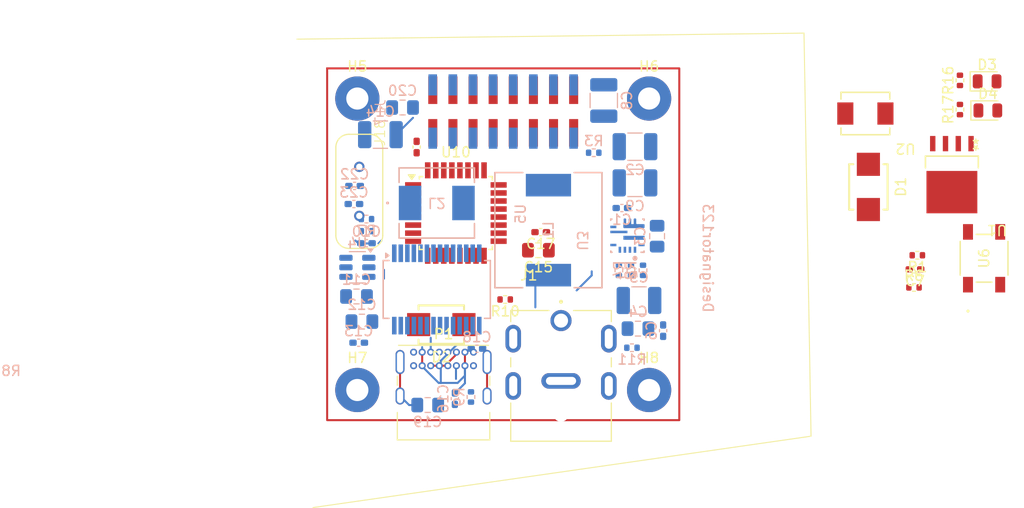
<source format=kicad_pcb>
(kicad_pcb (version 20240108) (generator "pcbnew") (generator_version "8.0")
  (layers (0 "F.Cu" signal) (31 "B.Cu" signal) (34 "B.Paste" user) (35 "F.Paste" user) (36 "B.SilkS" user "B.Silkscreen") (37 "F.SilkS" user "F.Silkscreen") (38 "B.Mask" user) (39 "F.Mask" user) (44 "Edge.Cuts" user))
  (net 0 "")
  (net 1 "GND")
  (net 2 "+5V_POW")
  (net 3 "DIR")
  (net 4 "STEP")
  (net 5 "+12V")
  (net 6 "Net-(U3-BOOT)")
  (net 7 "Net-(U3-SW)")
  (net 8 "Net-(U3-FB)")
  (net 9 "PWR_IN_PROT")
  (net 10 "GND3")
  (net 11 "GND2")
  (net 12 "Net-(U3-SS)")
  (net 13 "Net-(U4-SW)")
  (net 14 "Net-(U4-VBST)")
  (net 15 "+5V_USBC")
  (net 16 "+3V3")
  (net 17 "Net-(P1-SHIELD)")
  (net 18 "Quartz_1")
  (net 19 "Quartz_2")
  (net 20 "ADC0")
  (net 21 "ADC1")
  (net 22 "ADC2")
  (net 23 "ADC3")
  (net 24 "+24V")
  (net 25 "LED_0")
  (net 26 "Net-(D3-K)")
  (net 27 "LED_1")
  (net 28 "Net-(D4-K)")
  (net 29 "MOSI")
  (net 30 "SDA")
  (net 31 "RESET")
  (net 32 "TXD")
  (net 33 "RXD")
  (net 34 "SCL")
  (net 35 "MISO")
  (net 36 "SCK")
  (net 37 "USBD-")
  (net 38 "USBD+")
  (net 39 "Net-(P1-VCONN)")
  (net 40 "Net-(P1-CC)")
  (net 41 "Net-(U1-G)")
  (net 42 "Net-(U3-PG)")
  (net 43 "Net-(U3-MODE)")
  (net 44 "Net-(U4-VFB)")
  (net 45 "AREF")
  (net 63 "FAN_01_PWM_clockwise")
  (net 64 "FAN_01_PWM_counterclockwise")
  (net 65 "FAN_2_PWM")
  (net 66 "FAN_3_PWM")
  (net 68 "BLT_Switch")
  (net 69 "BLT_Servo")
  (net 70 "LED_2")
  (net 71 "LED_3")
  (net 72 "SMD_TEMP_1")
  (net 73 "SMD_TEMP_0")
  (footprint "Capacitor_SMD:C_0402_1005Metric_Pad0.74x0.62mm_HandSolder" (layer "F.Cu") (at 87.1325 46.7 180)
    (property "Reference" "C7" (at 0 -1.16 0) (layer "F.SilkS"))
    (property "Value" "100nF")
    (pad "1" smd roundrect (at -0.5675 0 180) (size 0.735 0.62) (layers "F.Cu" "F.Paste" "F.Mask") (net 10 "GND3"))
    (pad "2" smd roundrect (at 0.5675 0 180) (size 0.735 0.62) (layers "F.Cu" "F.Paste" "F.Mask") (net 11 "GND2"))
  )
  (footprint "Resistor_SMD:R_0402_1005Metric" (layer "F.Cu") (at 91.6 30.805 90)
    (property "Reference" "R17" (at 0 -1.17 90) (layer "F.SilkS"))
    (property "Value" "330")
    (pad "1" smd roundrect (at -0.51 0 90) (size 0.54 0.64) (layers "F.Cu" "F.Paste" "F.Mask") (net 28 "Net-(D4-K)"))
    (pad "2" smd roundrect (at 0.51 0 90) (size 0.54 0.64) (layers "F.Cu" "F.Paste" "F.Mask") (net 1 "GND"))
  )
  (footprint "LED_SMD:LED_0805_2012Metric" (layer "F.Cu") (at 94.3 28)
    (property "Reference" "D3" (at 0 -1.65 360) (layer "F.SilkS"))
    (property "Value" "YELLOW")
    (pad "1" smd roundrect (at -0.9375 0) (size 0.975 1.4) (layers "F.Cu" "F.Paste" "F.Mask") (net 26 "Net-(D3-K)"))
    (pad "2" smd roundrect (at 0.9375 0) (size 0.975 1.4) (layers "F.Cu" "F.Paste" "F.Mask") (net 25 "LED_0"))
  )
  (footprint "MountingHole:MountingHole_2.2mm_M2_Pad_TopBottom" (layer "F.Cu") (at 31.705 58.7068)
    (property "Reference" "H7" (at 0 -3.2 0) (layer "F.SilkS"))
    (property "Value" "MountHole")
    (pad "1" thru_hole circle (at 0 0) (size 2.6 2.6) (drill 2.2) (layers "*.Cu" "*.Mask") (net 1 "GND"))
    (pad "1" connect circle (at 0 0) (size 4.4 4.4) (layers "F.Cu" "F.Mask") (net 1 "GND"))
    (pad "1" connect circle (at 0 0) (size 4.4 4.4) (layers "B.Cu" "B.Mask") (net 1 "GND"))
  )
  (footprint "Imported_Component_Footprints:SZ1SMB5927BT3G" (layer "F.Cu") (at 82.2 31.2 180)
    (property "Reference" "U2" (at -4 -3.5 180) (layer "F.SilkS"))
    (property "Value" "SZ1SMB5927BT3G")
    (pad "1" smd rect (at -1.9939 0 180) (size 1.6002 2.2098) (layers "F.Cu" "F.Paste" "F.Mask") (net 9 "PWR_IN_PROT"))
    (pad "2" smd rect (at 1.9939 0 180) (size 1.6002 2.2098) (layers "F.Cu" "F.Paste" "F.Mask") (net 41 "Net-(U1-G)"))
  )
  (footprint "MountingHole:MountingHole_2.2mm_M2_Pad_TopBottom" (layer "F.Cu") (at 60.705 29.7068)
    (property "Reference" "H6" (at 0 -3.2 0) (layer "F.SilkS"))
    (property "Value" "MountHole")
    (pad "1" thru_hole circle (at 0 0) (size 2.6 2.6) (drill 2.2) (layers "*.Cu" "*.Mask") (net 1 "GND"))
    (pad "1" connect circle (at 0 0) (size 4.4 4.4) (layers "F.Cu" "F.Mask") (net 1 "GND"))
    (pad "1" connect circle (at 0 0) (size 4.4 4.4) (layers "B.Cu" "B.Mask") (net 1 "GND"))
  )
  (footprint "Resistor_SMD:R_0402_1005Metric" (layer "F.Cu") (at 91.6 27.9 90)
    (property "Reference" "R16" (at 0 -1.17 90) (layer "F.SilkS"))
    (property "Value" "330")
    (pad "1" smd roundrect (at -0.51 0 90) (size 0.54 0.64) (layers "F.Cu" "F.Paste" "F.Mask") (net 26 "Net-(D3-K)"))
    (pad "2" smd roundrect (at 0.51 0 90) (size 0.54 0.64) (layers "F.Cu" "F.Paste" "F.Mask") (net 1 "GND"))
  )
  (footprint "Capacitor_SMD:C_0402_1005Metric_Pad0.74x0.62mm_HandSolder" (layer "F.Cu") (at 37.6 34.5325 -90)
    (property "Reference" "C21" (hide yes))
    (property "Value" "100nF")
    (pad "1" smd roundrect (at -0.5675 0 270) (size 0.735 0.62) (layers "F.Cu" "F.Paste" "F.Mask") (net 2 "+5V_POW"))
    (pad "2" smd roundrect (at 0.5675 0 270) (size 0.735 0.62) (layers "F.Cu" "F.Paste" "F.Mask") (net 1 "GND"))
  )
  (footprint "LED_SMD:LED_0805_2012Metric" (layer "F.Cu") (at 94.37375 30.895)
    (property "Reference" "D4" (at 0 -1.65 360) (layer "F.SilkS"))
    (property "Value" "YELLOW")
    (pad "1" smd roundrect (at -0.9375 0) (size 0.975 1.4) (layers "F.Cu" "F.Paste" "F.Mask") (net 28 "Net-(D4-K)"))
    (pad "2" smd roundrect (at 0.9375 0) (size 0.975 1.4) (layers "F.Cu" "F.Paste" "F.Mask") (net 27 "LED_1"))
  )
  (footprint "Imported_Component_Footprints:XTAL_ECS-160-18-4X-CKM" (layer "F.Cu") (at 31.9 38.94 90)
    (property "Reference" "Y1" (hide yes))
    (property "Value" "ECS-160-18-4X-CKM")
    (pad "1" thru_hole circle (at -2.44 0 90) (size 1.03 1.03) (drill 0.63) (layers "*.Cu" "*.Mask") (net 18 "Quartz_1"))
    (pad "2" thru_hole circle (at 2.44 0 90) (size 1.03 1.03) (drill 0.63) (layers "*.Cu" "*.Mask") (net 19 "Quartz_2"))
  )
  (footprint "Imported_Component_Footprints:824521241" (layer "F.Cu") (at 40.05 52.2 180)
    (property "Reference" "D2" (at 0 -3.23 360) (layer "F.SilkS"))
    (property "Value" "WE-TVSP_DO-214AA_600W_BI")
    (pad "1" smd rect (at -2.25 0 180) (size 2.3 2.3) (layers "F.Cu" "F.Paste" "F.Mask") (net 1 "GND"))
    (pad "2" smd rect (at 2.25 0 180) (size 2.3 2.3) (layers "F.Cu" "F.Paste" "F.Mask") (net 15 "+5V_USBC"))
  )
  (footprint "Resistor_SMD:R_0402_1005Metric" (layer "F.Cu") (at 87.365 45.3 180)
    (property "Reference" "R1" (at 0 -1.17 0) (layer "F.SilkS"))
    (property "Value" "100k")
    (pad "1" smd roundrect (at -0.51 0 180) (size 0.54 0.64) (layers "F.Cu" "F.Paste" "F.Mask") (net 41 "Net-(U1-G)"))
    (pad "2" smd roundrect (at 0.51 0 180) (size 0.54 0.64) (layers "F.Cu" "F.Paste" "F.Mask") (net 11 "GND2"))
  )
  (footprint "Resistor_SMD:R_0402_1005Metric" (layer "F.Cu") (at 46.4 49.7 180)
    (property "Reference" "R10" (at 0 -1.17 0) (layer "F.SilkS"))
    (property "Value" "5k1")
    (pad "1" smd roundrect (at -0.51 0 180) (size 0.54 0.64) (layers "F.Cu" "F.Paste" "F.Mask") (net 40 "Net-(P1-CC)"))
    (pad "2" smd roundrect (at 0.51 0 180) (size 0.54 0.64) (layers "F.Cu" "F.Paste" "F.Mask") (net 1 "GND"))
  )
  (footprint "Imported_Component_Footprints:824521241" (layer "F.Cu") (at 82.5 38.5 -90)
    (property "Reference" "D1" (at 0 -3.23 90) (layer "F.SilkS"))
    (property "Value" "WE-TVSP_DO-214AA_600W_BI")
    (pad "1" smd rect (at -2.25 0 270) (size 2.3 2.3) (layers "F.Cu" "F.Paste" "F.Mask") (net 11 "GND2"))
    (pad "2" smd rect (at 2.25 0 270) (size 2.3 2.3) (layers "F.Cu" "F.Paste" "F.Mask") (net 24 "+24V"))
  )
  (footprint "CustomFotLibByJan:BF030-16A-B1-0360-0277-0600-LB" (layer "F.Cu") (at 39.205 33.125 90)
    (property "Reference" "J18" (at 0 -5.25 90) (layer "F.SilkS") (effects (font (thickness 0.1))))
    (property "Value" "Steckverbinder_Female_Leistung")
    (pad "" np_thru_hole circle (at 2.125 1 90) (size 0.5 0.5) (drill 1.1) (layers "F&B.Cu" "*.Mask"))
    (pad "" np_thru_hole circle (at 2.125 13 90) (size 0.5 0.5) (drill 1.1) (layers "F&B.Cu" "*.Mask"))
    (pad "a1" smd rect (at 0 0 90) (size 2.75 0.9) (layers "F.Cu" "F.Paste" "F.Mask") (net 1 "GND"))
    (pad "a2" smd rect (at 0 2 90) (size 2.75 0.9) (layers "F.Cu" "F.Paste" "F.Mask") (net 5 "+12V"))
    (pad "a3" smd rect (at 0 4 90) (size 2.75 0.9) (layers "F.Cu" "F.Paste" "F.Mask") (net 2 "+5V_POW"))
    (pad "a4" smd rect (at 0 6 90) (size 2.75 0.9) (layers "F.Cu" "F.Paste" "F.Mask") (net 16 "+3V3"))
    (pad "a5" smd rect (at 0 8 90) (size 2.75 0.9) (layers "F.Cu" "F.Paste" "F.Mask") (net 31 "RESET"))
    (pad "a6" smd rect (at 0 10 90) (size 2.75 0.9) (layers "F.Cu" "F.Paste" "F.Mask") (net 70 "LED_2"))
    (pad "a7" smd rect (at 0 12 90) (size 2.75 0.9) (layers "F.Cu" "F.Paste" "F.Mask") (net 30 "SDA"))
    (pad "a8" smd rect (at 0 14 90) (size 2.75 0.9) (layers "F.Cu" "F.Paste" "F.Mask") (net 34 "SCL"))
    (pad "b1" smd rect (at 4.25 0 90) (size 2.75 0.9) (layers "F.Cu" "F.Paste" "F.Mask") (net 65 "FAN_2_PWM"))
    (pad "b2" smd rect (at 4.25 2 90) (size 2.75 0.9) (layers "F.Cu" "F.Paste" "F.Mask") (net 20 "ADC0"))
    (pad "b3" smd rect (at 4.25 4 90) (size 2.75 0.9) (layers "F.Cu" "F.Paste" "F.Mask") (net 21 "ADC1"))
    (pad "b4" smd rect (at 4.25 6 90) (size 2.75 0.9) (layers "F.Cu" "F.Paste" "F.Mask") (net 64 "FAN_01_PWM_counterclockwise"))
    (pad "b5" smd rect (at 4.25 8 90) (size 2.75 0.9) (layers "F.Cu" "F.Paste" "F.Mask") (net 63 "FAN_01_PWM_clockwise"))
    (pad "b6" smd rect (at 4.25 10 90) (size 2.75 0.9) (layers "F.Cu" "F.Paste" "F.Mask") (net 22 "ADC2"))
    (pad "b7" smd rect (at 4.25 12 90) (size 2.75 0.9) (layers "F.Cu" "F.Paste" "F.Mask") (net 23 "ADC3"))
    (pad "b8" smd rect (at 4.25 14 90) (size 2.75 0.9) (layers "F.Cu" "F.Paste" "F.Mask") (net 66 "FAN_3_PWM"))
  )
  (footprint "Capacitor_SMD:C_0805_2012Metric_Pad1.18x1.45mm_HandSolder" (layer "F.Cu") (at 49.7 44.8 180)
    (property "Reference" "C15" (at 0 -1.68 0) (layer "F.SilkS"))
    (property "Value" "10µF")
    (pad "1" smd roundrect (at -1.0375 0 180) (size 1.175 1.45) (layers "F.Cu" "F.Paste" "F.Mask") (roundrect_rratio 0.212766) (net 15 "+5V_USBC"))
    (pad "2" smd roundrect (at 1.0375 0 180) (size 1.175 1.45) (layers "F.Cu" "F.Paste" "F.Mask") (roundrect_rratio 0.212766) (net 1 "GND"))
  )
  (footprint "Capacitor_SMD:C_0402_1005Metric_Pad0.74x0.62mm_HandSolder" (layer "F.Cu") (at 49.9325 43 180)
    (property "Reference" "C17" (at 0 -1.16 0) (layer "F.SilkS"))
    (property "Value" "100nF")
    (pad "1" smd roundrect (at -0.5675 0 180) (size 0.735 0.62) (layers "F.Cu" "F.Paste" "F.Mask") (net 15 "+5V_USBC"))
    (pad "2" smd roundrect (at 0.5675 0 180) (size 0.735 0.62) (layers "F.Cu" "F.Paste" "F.Mask") (net 1 "GND"))
  )
  (footprint "Imported_Component_Footprints:SW_PTS647SM38SMTR2LFS_CNK" (layer "F.Cu") (at 94 45.6 90)
    (property "Reference" "U6" (at 0 0 90) (layer "F.SilkS"))
    (property "Value" "PTS647SM38SMTR2LFS")
    (pad "1" smd rect (at -2.625001 -1.599999 90) (size 1.5494 0.9906) (layers "F.Cu" "F.Paste" "F.Mask") (net 1 "GND"))
    (pad "2" smd rect (at 2.625001 -1.599999 90) (size 1.5494 0.9906) (layers "F.Cu" "F.Paste" "F.Mask"))
    (pad "3" smd rect (at -2.625001 1.599999 90) (size 1.5494 0.9906) (layers "F.Cu" "F.Paste" "F.Mask"))
    (pad "4" smd rect (at 2.625001 1.599999 90) (size 1.5494 0.9906) (layers "F.Cu" "F.Paste" "F.Mask") (net 31 "RESET"))
  )
  (footprint "Imported_Component_Footprints:CUI_PJ-082BH" (layer "F.Cu") (at 51.95 61.05)
    (property "Reference" "J1" (at -3.2 -13.75 0) (layer "F.SilkS"))
    (property "Value" "PJ-082BH")
    (pad "" np_thru_hole circle (at 0 0) (size 1.6 1.6) (drill 1.6) (layers "*.Cu" "*.Mask"))
    (pad "1" thru_hole circle (at 0 -9.25) (size 2.1 2.1) (drill 1.4) (layers "*.Cu" "*.Mask") (net 24 "+24V"))
    (pad "2" thru_hole oval (at 0 -3.25) (size 3.913974 1.55) (drill oval 3 0.8) (layers "*.Cu" "*.Mask") (net 11 "GND2"))
    (pad "SH1" thru_hole oval (at -4.75 -2.75) (size 1.55 2.75) (drill oval 0.8 2) (layers "*.Cu" "*.Mask") (net 10 "GND3"))
    (pad "SH2" thru_hole oval (at 4.75 -2.75) (size 1.55 2.75) (drill oval 0.8 2) (layers "*.Cu" "*.Mask") (net 10 "GND3"))
    (pad "SH3" thru_hole oval (at -4.75 -7.45) (size 1.55 2.75) (drill oval 0.8 2) (layers "*.Cu" "*.Mask") (net 10 "GND3"))
    (pad "SH4" thru_hole oval (at 4.75 -7.45) (size 1.55 2.75) (drill oval 0.8 2) (layers "*.Cu" "*.Mask") (net 10 "GND3"))
  )
  (footprint "MountingHole:MountingHole_2.2mm_M2_Pad_TopBottom" (layer "F.Cu") (at 60.705 58.7068)
    (property "Reference" "H8" (at 0 -3.2 0) (layer "F.SilkS"))
    (property "Value" "MountHole")
    (pad "1" thru_hole circle (at 0 0) (size 2.6 2.6) (drill 2.2) (layers "*.Cu" "*.Mask") (net 1 "GND"))
    (pad "1" connect circle (at 0 0) (size 4.4 4.4) (layers "F.Cu" "F.Mask") (net 1 "GND"))
    (pad "1" connect circle (at 0 0) (size 4.4 4.4) (layers "B.Cu" "B.Mask") (net 1 "GND"))
  )
  (footprint "Resistor_SMD:R_0402_1005Metric" (layer "F.Cu") (at 87.0325 48.5)
    (property "Reference" "R6" (at 0 -1.17 0) (layer "F.SilkS"))
    (property "Value" "10")
    (pad "1" smd roundrect (at -0.51 0) (size 0.54 0.64) (layers "F.Cu" "F.Paste" "F.Mask") (net 11 "GND2"))
    (pad "2" smd roundrect (at 0.51 0) (size 0.54 0.64) (layers "F.Cu" "F.Paste" "F.Mask") (net 1 "GND"))
  )
  (footprint "MountingHole:MountingHole_2.2mm_M2_Pad_TopBottom" (layer "F.Cu") (at 31.705 29.7068)
    (property "Reference" "H5" (at 0 -3.2 0) (layer "F.SilkS"))
    (property "Value" "MountHole")
    (pad "1" thru_hole circle (at 0 0) (size 2.6 2.6) (drill 2.2) (layers "*.Cu" "*.Mask") (net 1 "GND"))
    (pad "1" connect circle (at 0 0) (size 4.4 4.4) (layers "F.Cu" "F.Mask") (net 1 "GND"))
    (pad "1" connect circle (at 0 0) (size 4.4 4.4) (layers "B.Cu" "B.Mask") (net 1 "GND"))
  )
  (footprint "Connector_USB:USB_C_Receptacle_GCT_USB4085" (layer "F.Cu") (at 37.3 54.94)
    (property "Reference" "P1" (at 2.975 -1.8 0) (layer "F.SilkS"))
    (property "Value" "USB_C_Plug_USB2.0")
    (pad "A1" thru_hole circle (at 0 0) (size 0.7 0.7) (drill 0.4) (layers "*.Cu" "*.Mask") (net 1 "GND"))
    (pad "A4" thru_hole circle (at 0.85 0) (size 0.7 0.7) (drill 0.4) (layers "*.Cu" "*.Mask") (net 15 "+5V_USBC"))
    (pad "A5" thru_hole circle (at 1.7 0) (size 0.7 0.7) (drill 0.4) (layers "*.Cu" "*.Mask") (net 40 "Net-(P1-CC)"))
    (pad "A6" thru_hole circle (at 2.55 0) (size 0.7 0.7) (drill 0.4) (layers "*.Cu" "*.Mask") (net 38 "USBD+"))
    (pad "A7" thru_hole circle (at 3.4 0) (size 0.7 0.7) (drill 0.4) (layers "*.Cu" "*.Mask") (net 37 "USBD-"))
    (pad "A8" thru_hole circle (at 4.25 0) (size 0.7 0.7) (drill 0.4) (layers "*.Cu" "*.Mask"))
    (pad "A9" thru_hole circle (at 5.1 0) (size 0.7 0.7) (drill 0.4) (layers "*.Cu" "*.Mask") (net 15 "+5V_USBC"))
    (pad "A12" thru_hole circle (at 5.95 0) (size 0.7 0.7) (drill 0.4) (layers "*.Cu" "*.Mask") (net 1 "GND"))
    (pad "B1" thru_hole circle (at 5.95 1.35) (size 0.7 0.7) (drill 0.4) (layers "*.Cu" "*.Mask") (net 1 "GND"))
    (pad "B4" thru_hole circle (at 5.1 1.35) (size 0.7 0.7) (drill 0.4) (layers "*.Cu" "*.Mask") (net 15 "+5V_USBC"))
    (pad "B5" thru_hole circle (at 4.25 1.35) (size 0.7 0.7) (drill 0.4) (layers "*.Cu" "*.Mask") (net 39 "Net-(P1-VCONN)"))
    (pad "B6" thru_hole circle (at 3.4 1.35) (size 0.7 0.7) (drill 0.4) (layers "*.Cu" "*.Mask"))
    (pad "B7" thru_hole circle (at 2.55 1.35) (size 0.7 0.7) (drill 0.4) (layers "*.Cu" "*.Mask"))
    (pad "B8" thru_hole circle (at 1.7 1.35) (size 0.7 0.7) (drill 0.4) (layers "*.Cu" "*.Mask"))
    (pad "B9" thru_hole circle (at 0.85 1.35) (size 0.7 0.7) (drill 0.4) (layers "*.Cu" "*.Mask") (net 15 "+5V_USBC"))
    (pad "B12" thru_hole circle (at 0 1.35) (size 0.7 0.7) (drill 0.4) (layers "*.Cu" "*.Mask") (net 1 "GND"))
    (pad "S1" thru_hole oval (at -1.35 0.98) (size 0.9 2.4) (drill oval 0.6 2.1) (layers "*.Cu" "*.Mask") (net 17 "Net-(P1-SHIELD)"))
    (pad "S1" thru_hole oval (at -1.35 4.36) (size 0.9 1.7) (drill oval 0.6 1.4) (layers "*.Cu" "*.Mask") (net 17 "Net-(P1-SHIELD)"))
    (pad "S1" thru_hole oval (at 7.3 0.98) (size 0.9 2.4) (drill oval 0.6 2.1) (layers "*.Cu" "*.Mask") (net 17 "Net-(P1-SHIELD)"))
    (pad "S1" thru_hole oval (at 7.3 4.36) (size 0.9 1.7) (drill oval 0.6 1.4) (layers "*.Cu" "*.Mask") (net 17 "Net-(P1-SHIELD)"))
  )
  (footprint "Package_QFP:TQFP-32_7x7mm_P0.8mm" (layer "F.Cu") (at 41.5 41.1)
    (property "Reference" "U10" (at 0 -6.05 0) (layer "F.SilkS"))
    (property "Value" "ATmega328PB-A")
    (pad "1" smd rect (at -4.25 -2.8) (size 1.6 0.55) (layers "F.Cu" "F.Paste" "F.Mask") (net 69 "BLT_Servo"))
    (pad "2" smd rect (at -4.25 -2) (size 1.6 0.55) (layers "F.Cu" "F.Paste" "F.Mask") (net 68 "BLT_Switch"))
    (pad "3" smd rect (at -4.25 -1.2) (size 1.6 0.55) (layers "F.Cu" "F.Paste" "F.Mask") (net 25 "LED_0"))
    (pad "4" smd rect (at -4.25 -0.4) (size 1.6 0.55) (layers "F.Cu" "F.Paste" "F.Mask") (net 2 "+5V_POW"))
    (pad "5" smd rect (at -4.25 0.4) (size 1.6 0.55) (layers "F.Cu" "F.Paste" "F.Mask") (net 1 "GND"))
    (pad "6" smd rect (at -4.25 1.2) (size 1.6 0.55) (layers "F.Cu" "F.Paste" "F.Mask") (net 27 "LED_1"))
    (pad "7" smd rect (at -4.25 2) (size 1.6 0.55) (layers "F.Cu" "F.Paste" "F.Mask") (net 19 "Quartz_2"))
    (pad "8" smd rect (at -4.25 2.8) (size 1.6 0.55) (layers "F.Cu" "F.Paste" "F.Mask") (net 18 "Quartz_1"))
    (pad "9" smd rect (at -2.8 4.25 90) (size 1.6 0.55) (layers "F.Cu" "F.Paste" "F.Mask") (net 65 "FAN_2_PWM"))
    (pad "10" smd rect (at -2 4.25 90) (size 1.6 0.55) (layers "F.Cu" "F.Paste" "F.Mask") (net 66 "FAN_3_PWM"))
    (pad "11" smd rect (at -1.2 4.25 90) (size 1.6 0.55) (layers "F.Cu" "F.Paste" "F.Mask") (net 4 "STEP"))
    (pad "12" smd rect (at -0.4 4.25 90) (size 1.6 0.55) (layers "F.Cu" "F.Paste" "F.Mask"))
    (pad "13" smd rect (at 0.4 4.25 90) (size 1.6 0.55) (layers "F.Cu" "F.Paste" "F.Mask") (net 63 "FAN_01_PWM_clockwise"))
    (pad "14" smd rect (at 1.2 4.25 90) (size 1.6 0.55) (layers "F.Cu" "F.Paste" "F.Mask") (net 64 "FAN_01_PWM_counterclockwise"))
    (pad "15" smd rect (at 2 4.25 90) (size 1.6 0.55) (layers "F.Cu" "F.Paste" "F.Mask") (net 29 "MOSI"))
    (pad "16" smd rect (at 2.8 4.25 90) (size 1.6 0.55) (layers "F.Cu" "F.Paste" "F.Mask") (net 35 "MISO"))
    (pad "17" smd rect (at 4.25 2.8) (size 1.6 0.55) (layers "F.Cu" "F.Paste" "F.Mask") (net 36 "SCK"))
    (pad "18" smd rect (at 4.25 2) (size 1.6 0.55) (layers "F.Cu" "F.Paste" "F.Mask") (net 2 "+5V_POW"))
    (pad "19" smd rect (at 4.25 1.2) (size 1.6 0.55) (layers "F.Cu" "F.Paste" "F.Mask") (net 70 "LED_2"))
    (pad "20" smd rect (at 4.25 0.4) (size 1.6 0.55) (layers "F.Cu" "F.Paste" "F.Mask") (net 45 "AREF"))
    (pad "21" smd rect (at 4.25 -0.4) (size 1.6 0.55) (layers "F.Cu" "F.Paste" "F.Mask") (net 1 "GND"))
    (pad "22" smd rect (at 4.25 -1.2) (size 1.6 0.55) (layers "F.Cu" "F.Paste" "F.Mask") (net 71 "LED_3"))
    (pad "23" smd rect (at 4.25 -2) (size 1.6 0.55) (layers "F.Cu" "F.Paste" "F.Mask") (net 20 "ADC0"))
    (pad "24" smd rect (at 4.25 -2.8) (size 1.6 0.55) (layers "F.Cu" "F.Paste" "F.Mask") (net 21 "ADC1"))
    (pad "25" smd rect (at 2.8 -4.25 90) (size 1.6 0.55) (layers "F.Cu" "F.Paste" "F.Mask") (net 22 "ADC2"))
    (pad "26" smd rect (at 2 -4.25 90) (size 1.6 0.55) (layers "F.Cu" "F.Paste" "F.Mask") (net 23 "ADC3"))
    (pad "27" smd rect (at 1.2 -4.25 90) (size 1.6 0.55) (layers "F.Cu" "F.Paste" "F.Mask") (net 73 "SMD_TEMP_0"))
    (pad "28" smd rect (at 0.4 -4.25 90) (size 1.6 0.55) (layers "F.Cu" "F.Paste" "F.Mask") (net 72 "SMD_TEMP_1"))
    (pad "29" smd rect (at -0.4 -4.25 90) (size 1.6 0.55) (layers "F.Cu" "F.Paste" "F.Mask") (net 31 "RESET"))
    (pad "30" smd rect (at -1.2 -4.25 90) (size 1.6 0.55) (layers "F.Cu" "F.Paste" "F.Mask") (net 33 "RXD"))
    (pad "31" smd rect (at -2 -4.25 90) (size 1.6 0.55) (layers "F.Cu" "F.Paste" "F.Mask") (net 32 "TXD"))
    (pad "32" smd rect (at -2.8 -4.25 90) (size 1.6 0.55) (layers "F.Cu" "F.Paste" "F.Mask") (net 3 "DIR"))
  )
  (footprint "Imported_Component_Footprints:SQJ409EP_T1_GE3" (layer "F.Cu") (at 90.8 37.8 180)
    (property "Reference" "U1" (at -4.5 -5 180) (layer "F.SilkS"))
    (property "Value" "SQJ409EP-T1_GE3")
    (fp_text user "*" (at -2.375 3.5068 180) (layer "F.SilkS"))
    (fp_text user "*" (at -2.375 3.5068 0) (layer "F.SilkS"))
    (pad "1" smd rect (at -1.905 3.6068 180) (size 0.5334 1.524) (layers "F.Cu" "F.Paste" "F.Mask") (net 9 "PWR_IN_PROT"))
    (pad "2" smd rect (at -0.635 3.6068 180) (size 0.5334 1.524) (layers "F.Cu" "F.Paste" "F.Mask") (net 9 "PWR_IN_PROT"))
    (pad "3" smd rect (at 0.635 3.6068 180) (size 0.5334 1.524) (layers "F.Cu" "F.Paste" "F.Mask") (net 9 "PWR_IN_PROT"))
    (pad "4" smd rect (at 1.905 3.6068 180) (size 0.5334 1.524) (layers "F.Cu" "F.Paste" "F.Mask") (net 41 "Net-(U1-G)"))
    (pad "5" smd rect (at 0 -1.2192 180) (size 5.0546 4.2164) (layers "F.Cu" "F.Paste" "F.Mask") (net 24 "+24V"))
  )
  (footprint "Imported_Component_Footprints:TPS56837HRPAR" (layer "B.Cu") (at 58.55 43.35 90)
    (property "Reference" "U3" (at -0.5 -4.5 -90) (layer "B.SilkS") (effects (justify mirror)))
    (property "Value" "TPS56837HRPAR")
    (fp_poly (pts (xy 0.800001 1.699999) (xy 0.750001 1.649999) (xy 0.750001 -0.349999) (xy 0.800001 -0.399999) (xy 1.15 -0.399999) (xy 1.15 -0.375001) (xy 1.659999 -0.375001) (xy 1.709999 -0.325001) (xy 1.709999 -0.175001) (xy 1.659999 -0.125001) (xy 1.15 -0.125001) (xy 1.15 0.125001) (xy 1.659999 0.125001) (xy 1.709999 0.175001) (xy 1.709999 0.325001) (xy 1.659999 0.375001) (xy 1.15 0.375001) (xy 1.15 0.625) (xy 1.659999 0.625) (xy 1.709999 0.675) (xy 1.709999 0.825) (xy 1.659999 0.875) (xy 1.2 0.875) (xy 1.15 0.924999) (xy 1.15 1.649999) (xy 1.1 1.699999)) (fill solid) (layer "B.Cu"))
    (fp_text user "Designator123" (at -2.2352 8 -90) (layer "B.SilkS") (effects (justify mirror)))
    (pad "1" smd rect (at -1.4 0.750001 90) (size 0.599999 0.249999) (layers "B.Cu" "B.Paste" "B.Mask"))
    (pad "2" smd rect (at -1.4 0.25 90) (size 0.599999 0.249999) (layers "B.Cu" "B.Paste" "B.Mask") (net 8 "Net-(U3-FB)"))
    (pad "3" smd rect (at -1.4 -0.25 90) (size 0.599999 0.249999) (layers "B.Cu" "B.Paste" "B.Mask") (net 1 "GND"))
    (pad "4" smd rect (at -1.4 -0.750001 90) (size 0.599999 0.249999) (layers "B.Cu" "B.Paste" "B.Mask") (net 42 "Net-(U3-PG)"))
    (pad "5" smd rect (at -0.930001 -1.4) (size 0.599999 0.249999) (layers "B.Cu" "B.Paste" "B.Mask") (net 12 "Net-(U3-SS)"))
    (pad "6" smd rect (at 0.369999 -0.850001 90) (size 0.249999 1.699999) (layers "B.Cu" "B.Mask") (net 7 "Net-(U3-SW)"))
    (pad "7" smd rect (at 0.870001 -1.4) (size 0.599999 0.249999) (layers "B.Cu" "B.Paste" "B.Mask") (net 6 "Net-(U3-BOOT)"))
    (pad "8" smd rect (at 0.95 0.65 90) (size 0.299999 2.099998) (layers "B.Cu" "B.Paste" "B.Mask") (net 9 "PWR_IN_PROT"))
    (pad "9" smd rect (at -0.21 0.650001 90) (size 0.399999 2.100001) (layers "B.Cu" "B.Mask") (net 1 "GND"))
    (pad "10" smd rect (at -0.930001 1.4) (size 0.599999 0.249999) (layers "B.Cu" "B.Paste" "B.Mask") (net 43 "Net-(U3-MODE)"))
  )
  (footprint "Capacitor_SMD:C_0402_1005Metric_Pad0.74x0.62mm_HandSolder" (layer "B.Cu") (at 43.5925 54.6 180)
    (property "Reference" "C18" (at 0 1.16 360) (layer "B.SilkS") (effects (justify mirror)))
    (property "Value" "100nF")
    (pad "1" smd roundrect (at -0.5675 0 180) (size 0.735 0.62) (layers "B.Cu" "B.Paste" "B.Mask") (net 16 "+3V3"))
    (pad "2" smd roundrect (at 0.5675 0 180) (size 0.735 0.62) (layers "B.Cu" "B.Paste" "B.Mask") (net 1 "GND"))
  )
  (footprint "Capacitor_SMD:C_0805_2012Metric_Pad1.18x1.45mm_HandSolder" (layer "B.Cu") (at 31.6225 49.4 180)
    (property "Reference" "C11" (at 0 1.68 360) (layer "B.SilkS") (effects (justify mirror)))
    (property "Value" "10µF")
    (pad "1" smd roundrect (at -1.0375 0 180) (size 1.175 1.45) (layers "B.Cu" "B.Paste" "B.Mask") (roundrect_rratio 0.212766) (net 5 "+12V"))
    (pad "2" smd roundrect (at 1.0375 0 180) (size 1.175 1.45) (layers "B.Cu" "B.Paste" "B.Mask") (roundrect_rratio 0.212766) (net 1 "GND"))
  )
  (footprint "Resistor_SMD:R_0402_1005Metric" (layer "B.Cu") (at 43 59.4 -90)
    (property "Reference" "R9" (at 0 1.17 90) (layer "B.SilkS") (effects (justify mirror)))
    (property "Value" "5k1")
    (pad "1" smd roundrect (at -0.51 0 270) (size 0.54 0.64) (layers "B.Cu" "B.Paste" "B.Mask") (net 39 "Net-(P1-VCONN)"))
    (pad "2" smd roundrect (at 0.51 0 270) (size 0.54 0.64) (layers "B.Cu" "B.Paste" "B.Mask") (net 1 "GND"))
  )
  (footprint "Capacitor_SMD:C_1210_3225Metric_Pad1.33x2.70mm_HandSolder" (layer "B.Cu") (at 56.2 29.9 90)
    (property "Reference" "C8" (at 0 2.3 90) (layer "B.SilkS") (effects (justify mirror)))
    (property "Value" "47µF")
    (pad "1" smd roundrect (at -1.5625 0 90) (size 1.325 2.7) (layers "B.Cu" "B.Paste" "B.Mask") (roundrect_rratio 0.188679) (net 5 "+12V"))
    (pad "2" smd roundrect (at 1.5625 0 90) (size 1.325 2.7) (layers "B.Cu" "B.Paste" "B.Mask") (roundrect_rratio 0.188679) (net 1 "GND"))
  )
  (footprint "Capacitor_SMD:C_0402_1005Metric_Pad0.74x0.62mm_HandSolder" (layer "B.Cu") (at 31.4325 38.4 180)
    (property "Reference" "C22" (at 0 1.16 360) (layer "B.SilkS") (effects (justify mirror)))
    (property "Value" "18pF")
    (pad "1" smd roundrect (at -0.5675 0 180) (size 0.735 0.62) (layers "B.Cu" "B.Paste" "B.Mask") (net 18 "Quartz_1"))
    (pad "2" smd roundrect (at 0.5675 0 180) (size 0.735 0.62) (layers "B.Cu" "B.Paste" "B.Mask") (net 1 "GND"))
  )
  (footprint "Resistor_SMD:R_0402_1005Metric" (layer "B.Cu") (at 32.62 42.9)
    (property "Reference" "R8" (at -35.33 13.9 360) (layer "B.SilkS") (effects (justify mirror)))
    (property "Value" "10k")
    (pad "1" smd roundrect (at -0.51 0) (size 0.54 0.64) (layers "B.Cu" "B.Paste" "B.Mask") (net 44 "Net-(U4-VFB)"))
    (pad "2" smd roundrect (at 0.51 0) (size 0.54 0.64) (layers "B.Cu" "B.Paste" "B.Mask") (net 1 "GND"))
  )
  (footprint "Resistor_SMD:R_0402_1005Metric" (layer "B.Cu") (at 32.61 41.7)
    (property "Reference" "R7" (at 0 1.17 360) (layer "B.SilkS") (effects (justify mirror)))
    (property "Value" "54.9k")
    (pad "1" smd roundrect (at -0.51 0) (size 0.54 0.64) (layers "B.Cu" "B.Paste" "B.Mask") (net 2 "+5V_POW"))
    (pad "2" smd roundrect (at 0.51 0) (size 0.54 0.64) (layers "B.Cu" "B.Paste" "B.Mask") (net 44 "Net-(U4-VFB)"))
  )
  (footprint "Capacitor_SMD:C_0805_2012Metric_Pad1.18x1.45mm_HandSolder" (layer "B.Cu") (at 32.16 51.9 180)
    (property "Reference" "C12" (at 0 1.68 360) (layer "B.SilkS") (effects (justify mirror)))
    (property "Value" "10µF")
    (pad "1" smd roundrect (at -1.0375 0 180) (size 1.175 1.45) (layers "B.Cu" "B.Paste" "B.Mask") (roundrect_rratio 0.212766) (net 5 "+12V"))
    (pad "2" smd roundrect (at 1.0375 0 180) (size 1.175 1.45) (layers "B.Cu" "B.Paste" "B.Mask") (roundrect_rratio 0.212766) (net 1 "GND"))
  )
  (footprint "Capacitor_SMD:C_0402_1005Metric_Pad0.74x0.62mm_HandSolder" (layer "B.Cu") (at 31.8425 54 180)
    (property "Reference" "C13" (at 0 1.16 360) (layer "B.SilkS") (effects (justify mirror)))
    (property "Value" "100nF")
    (pad "1" smd roundrect (at -0.5675 0 180) (size 0.735 0.62) (layers "B.Cu" "B.Paste" "B.Mask") (net 5 "+12V"))
    (pad "2" smd roundrect (at 0.5675 0 180) (size 0.735 0.62) (layers "B.Cu" "B.Paste" "B.Mask") (net 1 "GND"))
  )
  (footprint "Capacitor_SMD:C_1210_3225Metric_Pad1.33x2.70mm_HandSolder" (layer "B.Cu") (at 59.3 34.5)
    (property "Reference" "C2" (at 0 2.3 0) (layer "B.SilkS") (effects (justify mirror)))
    (property "Value" "22nF")
    (pad "1" smd roundrect (at -1.5625 0) (size 1.325 2.7) (layers "B.Cu" "B.Paste" "B.Mask") (roundrect_rratio 0.188679) (net 5 "+12V"))
    (pad "2" smd roundrect (at 1.5625 0) (size 1.325 2.7) (layers "B.Cu" "B.Paste" "B.Mask") (roundrect_rratio 0.188679) (net 8 "Net-(U3-FB)"))
  )
  (footprint "Capacitor_SMD:C_0402_1005Metric_Pad0.74x0.62mm_HandSolder" (layer "B.Cu") (at 41.4 59.5675 -90)
    (property "Reference" "C16" (at 0 1.16 90) (layer "B.SilkS") (effects (justify mirror)))
    (property "Value" "100nF")
    (pad "1" smd roundrect (at -0.5675 0 270) (size 0.735 0.62) (layers "B.Cu" "B.Paste" "B.Mask") (net 15 "+5V_USBC"))
    (pad "2" smd roundrect (at 0.5675 0 270) (size 0.735 0.62) (layers "B.Cu" "B.Paste" "B.Mask") (net 1 "GND"))
  )
  (footprint "Resistor_SMD:R_0402_1005Metric" (layer "B.Cu") (at 58.9 46.8 -90)
    (property "Reference" "R4" (at 0 1.17 90) (layer "B.SilkS") (effects (justify mirror)))
    (property "Value" "1k58")
    (pad "1" smd roundrect (at -0.51 0 270) (size 0.54 0.64) (layers "B.Cu" "B.Paste" "B.Mask") (net 8 "Net-(U3-FB)"))
    (pad "2" smd roundrect (at 0.51 0 270) (size 0.54 0.64) (layers "B.Cu" "B.Paste" "B.Mask") (net 1 "GND"))
  )
  (footprint "Resistor_SMD:R_0402_1005Metric" (layer "B.Cu") (at 55.2 35.1 180)
    (property "Reference" "R3" (at 0 1.17 360) (layer "B.SilkS") (effects (justify mirror)))
    (property "Value" "30k")
    (pad "1" smd roundrect (at -0.51 0 180) (size 0.54 0.64) (layers "B.Cu" "B.Paste" "B.Mask") (net 5 "+12V"))
    (pad "2" smd roundrect (at 0.51 0 180) (size 0.54 0.64) (layers "B.Cu" "B.Paste" "B.Mask") (net 8 "Net-(U3-FB)"))
  )
  (footprint "Capacitor_SMD:C_0402_1005Metric_Pad0.74x0.62mm_HandSolder" (layer "B.Cu") (at 32.61 44.1 180)
    (property "Reference" "C10" (at 0 1.16 360) (layer "B.SilkS") (effects (justify mirror)))
    (property "Value" "100nF")
    (pad "1" smd roundrect (at -0.5675 0 180) (size 0.735 0.62) (layers "B.Cu" "B.Paste" "B.Mask") (net 14 "Net-(U4-VBST)"))
    (pad "2" smd roundrect (at 0.5675 0 180) (size 0.735 0.62) (layers "B.Cu" "B.Paste" "B.Mask") (net 13 "Net-(U4-SW)"))
  )
  (footprint "Capacitor_SMD:C_0805_2012Metric_Pad1.18x1.45mm_HandSolder" (layer "B.Cu") (at 38.7 60.2)
    (property "Reference" "C19" (at 0 1.68 360) (layer "B.SilkS") (effects (justify mirror)))
    (property "Value" "1uF")
    (pad "1" smd roundrect (at -1.0375 0) (size 1.175 1.45) (layers "B.Cu" "B.Paste" "B.Mask") (roundrect_rratio 0.212766) (net 17 "Net-(P1-SHIELD)"))
    (pad "2" smd roundrect (at 1.0375 0) (size 1.175 1.45) (layers "B.Cu" "B.Paste" "B.Mask") (roundrect_rratio 0.212766) (net 1 "GND"))
  )
  (footprint "CustomFotLibByJan:BF100-16-A-D-1-0640-L-C" (layer "B.Cu") (at 39.2 28.35 -90)
    (property "Reference" "J17" (at 2.75 5.2 90) (layer "B.SilkS") (effects (font (thickness 0.1)) (justify mirror)))
    (property "Value" "Steckverbinder_Male_Leistung")
    (pad "" np_thru_hole circle (at 2.65 -13 270) (size 0.5 0.5) (drill 1.5) (layers "F&B.Cu" "*.Mask"))
    (pad "" np_thru_hole circle (at 2.65 -1 270) (size 0.5 0.5) (drill 1.5) (layers "F&B.Cu" "*.Mask"))
    (pad "a1" smd rect (at 0 0 270) (size 2.1 0.85) (layers "B.Cu" "B.Paste" "B.Mask") (net 29 "MOSI"))
    (pad "a2" smd rect (at 0 -2 270) (size 2.1 0.85) (layers "B.Cu" "B.Paste" "B.Mask") (net 4 "STEP"))
    (pad "a3" smd rect (at 0 -4 270) (size 2.1 0.85) (layers "B.Cu" "B.Paste" "B.Mask") (net 31 "RESET"))
    (pad "a4" smd rect (at 0 -6 270) (size 2.1 0.85) (layers "B.Cu" "B.Paste" "B.Mask") (net 3 "DIR"))
    (pad "a5" smd rect (at 0 -8 270) (size 2.1 0.85) (layers "B.Cu" "B.Paste" "B.Mask") (net 32 "TXD"))
    (pad "a6" smd rect (at 0 -10 270) (size 2.1 0.85) (layers "B.Cu" "B.Paste" "B.Mask") (net 33 "RXD"))
    (pad "a7" smd rect (at 0 -12 270) (size 2.1 0.85) (layers "B.Cu" "B.Paste" "B.Mask") (net 34 "SCL"))
    (pad "a8" smd rect (at 0 -14 270) (size 2.1 0.85) (layers "B.Cu" "B.Paste" "B.Mask") (net 30 "SDA"))
    (pad "b1" smd rect (at 5.3 0 270) (size 2.1 0.85) (layers "B.Cu" "B.Paste" "B.Mask") (net 1 "GND"))
    (pad "b2" smd rect (at 5.3 -2 270) (size 2.1 0.85) (layers "B.Cu" "B.Paste" "B.Mask") (net 5 "+12V"))
    (pad "b3" smd rect (at 5.3 -4 270) (size 2.1 0.85) (layers "B.Cu" "B.Paste" "B.Mask") (net 2 "+5V_POW"))
    (pad "b4" smd rect (at 5.3 -6 270) (size 2.1 0.85) (layers "B.Cu" "B.Paste" "B.Mask") (net 16 "+3V3"))
    (pad "b5" smd rect (at 5.3 -8 270) (size 2.1 0.85) (layers "B.Cu" "B.Paste" "B.Mask") (net 69 "BLT_Servo"))
    (pad "b6" smd rect (at 5.3 -10 270) (size 2.1 0.85) (layers "B.Cu" "B.Paste" "B.Mask") (net 68 "BLT_Switch"))
    (pad "b7" smd rect (at 5.3 -12 270) (size 2.1 0.85) (layers "B.Cu" "B.Paste" "B.Mask") (net 71 "LED_3"))
    (pad "b8" smd rect (at 5.3 -14 270) (size 2.1 0.85) (layers "B.Cu" "B.Paste" "B.Mask") (net 72 "SMD_TEMP_1"))
  )
  (footprint "Imported_Component_Footprints:SPM10040T_4R7M_HZ" (layer "B.Cu") (at 50.7 42.8 -90)
    (property "Reference" "L1" (at 0 0 90) (layer "B.SilkS") (effects (justify mirror)))
    (property "Value" "4.7µH")
    (pad "1" smd rect (at -4.47675 0 270) (size 2.2479 4.4958) (layers "B.Cu" "B.Paste" "B.Mask") (net 7 "Net-(U3-SW)"))
    (pad "2" smd rect (at 4.47675 0 270) (size 2.2479 4.4958) (layers "B.Cu" "B.Paste" "B.Mask") (net 5 "+12V"))
  )
  (footprint "Capacitor_SMD:C_1210_3225Metric_Pad1.33x2.70mm_HandSolder" (layer "B.Cu") (at 59.7 49.8 180)
    (property "Reference" "C5" (at 0 2.3 0) (layer "B.SilkS") (effects (justify mirror)))
    (property "Value" "10µF")
    (pad "1" smd roundrect (at -1.5625 0 180) (size 1.325 2.7) (layers "B.Cu" "B.Paste" "B.Mask") (roundrect_rratio 0.188679) (net 9 "PWR_IN_PROT"))
    (pad "2" smd roundrect (at 1.5625 0 180) (size 1.325 2.7) (layers "B.Cu" "B.Paste" "B.Mask") (roundrect_rratio 0.188679) (net 1 "GND"))
  )
  (footprint "Capacitor_SMD:C_0402_1005Metric_Pad0.74x0.62mm_HandSolder" (layer "B.Cu") (at 62.1 52.8 -90)
    (property "Reference" "C6" (at 0 1.16 90) (layer "B.SilkS") (effects (justify mirror)))
    (property "Value" "100nF")
    (pad "1" smd roundrect (at -0.5675 0 270) (size 0.735 0.62) (layers "B.Cu" "B.Paste" "B.Mask") (net 9 "PWR_IN_PROT"))
    (pad "2" smd roundrect (at 0.5675 0 270) (size 0.735 0.62) (layers "B.Cu" "B.Paste" "B.Mask") (net 1 "GND"))
  )
  (footprint "Package_TO_SOT_SMD:SOT-23-6" (layer "B.Cu") (at 31.71 46.5 180)
    (property "Reference" "U4" (at 0 2.4 360) (layer "B.SilkS") (effects (justify mirror)))
    (property "Value" "TPS565208")
    (pad "1" smd roundrect (at -1.1375 0.95 180) (size 1.325 0.6) (layers "B.Cu" "B.Paste" "B.Mask") (net 1 "GND"))
    (pad "2" smd roundrect (at -1.1375 0 180) (size 1.325 0.6) (layers "B.Cu" "B.Paste" "B.Mask") (net 13 "Net-(U4-SW)"))
    (pad "3" smd roundrect (at -1.1375 -0.95 180) (size 1.325 0.6) (layers "B.Cu" "B.Paste" "B.Mask") (net 5 "+12V"))
    (pad "4" smd roundrect (at 1.1375 -0.95 180) (size 1.325 0.6) (layers "B.Cu" "B.Paste" "B.Mask") (net 44 "Net-(U4-VFB)"))
    (pad "5" smd roundrect (at 1.1375 0 180) (size 1.325 0.6) (layers "B.Cu" "B.Paste" "B.Mask") (net 5 "+12V"))
    (pad "6" smd roundrect (at 1.1375 0.95 180) (size 1.325 0.6) (layers "B.Cu" "B.Paste" "B.Mask") (net 14 "Net-(U4-VBST)"))
  )
  (footprint "Capacitor_SMD:C_1210_3225Metric_Pad1.33x2.70mm_HandSolder" (layer "B.Cu") (at 59.3 38.1)
    (property "Reference" "C9" (at 0 2.3 0) (layer "B.SilkS") (effects (justify mirror)))
    (property "Value" "22nF")
    (pad "1" smd roundrect (at -1.5625 0) (size 1.325 2.7) (layers "B.Cu" "B.Paste" "B.Mask") (roundrect_rratio 0.188679) (net 12 "Net-(U3-SS)"))
    (pad "2" smd roundrect (at 1.5625 0) (size 1.325 2.7) (layers "B.Cu" "B.Paste" "B.Mask") (roundrect_rratio 0.188679) (net 1 "GND"))
  )
  (footprint "Capacitor_SMD:C_0805_2012Metric_Pad1.18x1.45mm_HandSolder" (layer "B.Cu") (at 59.6 52.6 180)
    (property "Reference" "C4" (at 0 1.68 0) (layer "B.SilkS") (effects (justify mirror)))
    (property "Value" "10µF")
    (pad "1" smd roundrect (at -1.0375 0 180) (size 1.175 1.45) (layers "B.Cu" "B.Paste" "B.Mask") (roundrect_rratio 0.212766) (net 9 "PWR_IN_PROT"))
    (pad "2" smd roundrect (at 1.0375 0 180) (size 1.175 1.45) (layers "B.Cu" "B.Paste" "B.Mask") (roundrect_rratio 0.212766) (net 1 "GND"))
  )
  (footprint "Resistor_SMD:R_0402_1005Metric" (layer "B.Cu") (at 60.1 46.8 -90)
    (property "Reference" "R5" (at 0 1.17 90) (layer "B.SilkS") (effects (justify mirror)))
    (property "Value" "30.1k")
    (pad "1" smd roundrect (at -0.51 0 270) (size 0.54 0.64) (layers "B.Cu" "B.Paste" "B.Mask") (net 43 "Net-(U3-MODE)"))
    (pad "2" smd roundrect (at 0.51 0 270) (size 0.54 0.64) (layers "B.Cu" "B.Paste" "B.Mask") (net 1 "GND"))
  )
  (footprint "Resistor_SMD:R_0402_1005Metric" (layer "B.Cu") (at 57.7 46.8 90)
    (property "Reference" "R2" (at 0 1.17 90) (layer "B.SilkS") (effects (justify mirror)))
    (property "Value" "100k")
    (pad "1" smd roundrect (at -0.51 0 90) (size 0.54 0.64) (layers "B.Cu" "B.Paste" "B.Mask") (net 15 "+5V_USBC"))
    (pad "2" smd roundrect (at 0.51 0 90) (size 0.54 0.64) (layers "B.Cu" "B.Paste" "B.Mask") (net 42 "Net-(U3-PG)"))
  )
  (footprint "Capacitor_SMD:C_0805_2012Metric_Pad1.18x1.45mm_HandSolder" (layer "B.Cu") (at 61.5 43.4 -90)
    (property "Reference" "C3" (at 0 1.68 90) (layer "B.SilkS") (effects (justify mirror)))
    (property "Value" "10µF")
    (pad "1" smd roundrect (at -1.0375 0 270) (size 1.175 1.45) (layers "B.Cu" "B.Paste" "B.Mask") (roundrect_rratio 0.212766) (net 9 "PWR_IN_PROT"))
    (pad "2" smd roundrect (at 1.0375 0 270) (size 1.175 1.45) (layers "B.Cu" "B.Paste" "B.Mask") (roundrect_rratio 0.212766) (net 1 "GND"))
  )
  (footprint "Package_SO:SSOP-28_5.3x10.2mm_P0.65mm" (layer "B.Cu") (at 39.6 48.7 -90)
    (property "Reference" "U5" (at -7.515 -8.33 90) (layer "B.SilkS") (effects (justify mirror)))
    (property "Value" "FT232RL")
    (pad "1" smd rect (at -3.6 4.225 270) (size 1.75 0.45) (layers "B.Cu" "B.Paste" "B.Mask") (net 32 "TXD"))
    (pad "2" smd rect (at -3.6 3.575 270) (size 1.75 0.45) (layers "B.Cu" "B.Paste" "B.Mask"))
    (pad "3" smd rect (at -3.6 2.925 270) (size 1.75 0.45) (layers "B.Cu" "B.Paste" "B.Mask"))
    (pad "4" smd rect (at -3.6 2.275 270) (size 1.75 0.45) (layers "B.Cu" "B.Paste" "B.Mask") (net 2 "+5V_POW"))
    (pad "5" smd rect (at -3.6 1.625 270) (size 1.75 0.45) (layers "B.Cu" "B.Paste" "B.Mask") (net 33 "RXD"))
    (pad "6" smd rect (at -3.6 0.975 270) (size 1.75 0.45) (layers "B.Cu" "B.Paste" "B.Mask"))
    (pad "7" smd rect (at -3.6 0.325 270) (size 1.75 0.45) (layers "B.Cu" "B.Paste" "B.Mask") (net 1 "GND"))
    (pad "8" smd rect (at -3.6 -0.325 270) (size 1.75 0.45) (layers "B.Cu" "B.Paste" "B.Mask"))
    (pad "9" smd rect (at -3.6 -0.975 270) (size 1.75 0.45) (layers "B.Cu" "B.Paste" "B.Mask"))
    (pad "10" smd rect (at -3.6 -1.625 270) (size 1.75 0.45) (layers "B.Cu" "B.Paste" "B.Mask"))
    (pad "11" smd rect (at -3.6 -2.275 270) (size 1.75 0.45) (layers "B.Cu" "B.Paste" "B.Mask"))
    (pad "12" smd rect (at -3.6 -2.925 270) (size 1.75 0.45) (layers "B.Cu" "B.Paste" "B.Mask"))
    (pad "13" smd rect (at -3.6 -3.575 270) (size 1.75 0.45) (layers "B.Cu" "B.Paste" "B.Mask"))
    (pad "14" smd rect (at -3.6 -4.225 270) (size 1.75 0.45) (layers "B.Cu" "B.Paste" "B.Mask"))
    (pad "15" smd rect (at 3.6 -4.225 270) (size 1.75 0.45) (layers "B.Cu" "B.Paste" "B.Mask") (net 38 "USBD+"))
    (pad "16" smd rect (at 3.6 -3.575 270) (size 1.75 0.45) (layers "B.Cu" "B.Paste" "B.Mask") (net 37 "USBD-"))
    (pad "17" smd rect (at 3.6 -2.925 270) (size 1.75 0.45) (layers "B.Cu" "B.Paste" "B.Mask") (net 16 "+3V3"))
    (pad "18" smd rect (at 3.6 -2.275 270) (size 1.75 0.45) (layers "B.Cu" "B.Paste" "B.Mask") (net 1 "GND"))
    (pad "19" smd rect (at 3.6 -1.625 270) (size 1.75 0.45) (layers "B.Cu" "B.Paste" "B.Mask") (net 31 "RESET"))
    (pad "20" smd rect (at 3.6 -0.975 270) (size 1.75 0.45) (layers "B.Cu" "B.Paste" "B.Mask") (net 15 "+5V_USBC"))
    (pad "21" smd rect (at 3.6 -0.325 270) (size 1.75 0.45) (layers "B.Cu" "B.Paste" "B.Mask") (net 1 "GND"))
    (pad "22" smd rect (at 3.6 0.325 270) (size 1.75 0.45) (layers "B.Cu" "B.Paste" "B.Mask"))
    (pad "23" smd rect (at 3.6 0.975 270) (size 1.75 0.45) (layers "B.Cu" "B.Paste" "B.Mask"))
    (pad "24" smd rect (at 3.6 1.625 270) (size 1.75 0.45) (layers "B.Cu" "B.Paste" "B.Mask"))
    (pad "25" smd rect (at 3.6 2.275 270) (size 1.75 0.45) (layers "B.Cu" "B.Paste" "B.Mask") (net 1 "GND"))
    (pad "26" smd rect (at 3.6 2.925 270) (size 1.75 0.45) (layers "B.Cu" "B.Paste" "B.Mask"))
    (pad "27" smd rect (at 3.6 3.575 270) (size 1.75 0.45) (layers "B.Cu" "B.Paste" "B.Mask"))
    (pad "28" smd rect (at 3.6 4.225 270) (size 1.75 0.45) (layers "B.Cu" "B.Paste" "B.Mask"))
  )
  (footprint "Capacitor_SMD:C_0402_1005Metric_Pad0.74x0.62mm_HandSolder" (layer "B.Cu") (at 31.365 40.2 180)
    (property "Reference" "C23" (at 0 1.16 360) (layer "B.SilkS") (effects (justify mirror)))
    (property "Value" "18pF")
    (pad "1" smd roundrect (at -0.5675 0 180) (size 0.735 0.62) (layers "B.Cu" "B.Paste" "B.Mask") (net 19 "Quartz_2"))
    (pad "2" smd roundrect (at 0.5675 0 180) (size 0.735 0.62) (layers "B.Cu" "B.Paste" "B.Mask") (net 1 "GND"))
  )
  (footprint "Imported_Component_Footprints:IHLP2525CZER3R3M11" (layer "B.Cu") (at 39.6 40.1)
    (property "Reference" "L2" (at 0 0 180) (layer "B.SilkS") (effects (justify mirror)))
    (property "Value" "3.3µH")
    (pad "1" smd rect (at -2.6543 0 270) (size 3.429 2.2352) (layers "B.Cu" "B.Paste" "B.Mask") (net 13 "Net-(U4-SW)"))
    (pad "2" smd rect (at 2.6543 0 270) (size 3.429 2.2352) (layers "B.Cu" "B.Paste" "B.Mask") (net 2 "+5V_POW"))
  )
  (footprint "Capacitor_SMD:C_1210_3225Metric_Pad1.33x2.70mm_HandSolder" (layer "B.Cu") (at 34 33.3 180)
    (property "Reference" "C14" (at 0 2.3 360) (layer "B.SilkS") (effects (justify mirror)))
    (property "Value" "22µF")
    (pad "1" smd roundrect (at -1.5625 0 180) (size 1.325 2.7) (layers "B.Cu" "B.Paste" "B.Mask") (roundrect_rratio 0.188679) (net 2 "+5V_POW"))
    (pad "2" smd roundrect (at 1.5625 0 180) (size 1.325 2.7) (layers "B.Cu" "B.Paste" "B.Mask") (roundrect_rratio 0.188679) (net 1 "GND"))
  )
  (footprint "Resistor_SMD:R_0402_1005Metric" (layer "B.Cu") (at 59 54.5)
    (property "Reference" "R11" (at 0 1.17 360) (layer "B.SilkS") (effects (justify mirror)))
    (property "Value" "10k")
    (pad "1" smd roundrect (at -0.51 0) (size 0.54 0.64) (layers "B.Cu" "B.Paste" "B.Mask") (net 2 "+5V_POW"))
    (pad "2" smd roundrect (at 0.51 0) (size 0.54 0.64) (layers "B.Cu" "B.Paste" "B.Mask") (net 31 "RESET"))
  )
  (footprint "Capacitor_SMD:C_0805_2012Metric_Pad1.18x1.45mm_HandSolder" (layer "B.Cu") (at 36.2 30.6 180)
    (property "Reference" "C20" (at 0 1.68 360) (layer "B.SilkS") (effects (justify mirror)))
    (property "Value" "4.7uF")
    (pad "1" smd roundrect (at -1.0375 0 180) (size 1.175 1.45) (layers "B.Cu" "B.Paste" "B.Mask") (roundrect_rratio 0.212766) (net 2 "+5V_POW"))
    (pad "2" smd roundrect (at 1.0375 0 180) (size 1.175 1.45) (layers "B.Cu" "B.Paste" "B.Mask") (roundrect_rratio 0.212766) (net 1 "GND"))
  )
  (footprint "Capacitor_SMD:C_0402_1005Metric_Pad0.74x0.62mm_HandSolder" (layer "B.Cu") (at 58 40.6)
    (property "Reference" "C1" (at 0 1.16 0) (layer "B.SilkS") (effects (justify mirror)))
    (property "Value" "100nF")
    (pad "1" smd roundrect (at -0.5675 0) (size 0.735 0.62) (layers "B.Cu" "B.Paste" "B.Mask") (net 6 "Net-(U3-BOOT)"))
    (pad "2" smd roundrect (at 0.5675 0) (size 0.735 0.62) (layers "B.Cu" "B.Paste" "B.Mask") (net 7 "Net-(U3-SW)"))
  )
  (gr_rect (start 28.705 26.7068) (end 63.705 61.7068) (stroke (width 0.2)) (fill none) (layer "F.Cu") (net 19))
  (gr_line (start 25.7 23.8) (end 76.1 23.2) (stroke (width 0.1)) (layer "F.SilkS"))
  (gr_line (start 76.1 23.2) (end 76.8 63.3) (stroke (width 0.1)) (layer "F.SilkS"))
  (gr_line (start 76.8 63.3) (end 27.3 70.4) (stroke (width 0.1)) (layer "F.SilkS"))
  (segment (start 40.7 56.29) (end 40.7 56.01066) (width 0.2) (layer "F.Cu") (net 0))
  (segment (start 41.55 55.16066) (end 41.55 54.94) (width 0.2) (layer "F.Cu") (net 0))
  (segment (start 40.7 56.29) (end 39 56.29) (width 0.2) (layer "F.Cu") (net 0))
  (segment (start 40.7 56.01066) (end 41.55 55.16066) (width 0.2) (layer "F.Cu") (net 0))
  (segment (start 55 46.9) (end 55 47.3) (width 0.2) (layer "B.Cu") (net 0))
  (segment (start 55 47.3) (end 53.5 48.8) (width 0.2) (layer "B.Cu") (net 0))
  (segment (start 37.2375 31.625) (end 35.5625 33.3) (width 0.2) (layer "B.Cu") (net 2))
  (segment (start 49.4 47.6) (end 49.4 50.4825) (width 0.2) (layer "B.Cu") (net 5))
  (segment (start 33.805 44.125) (end 34.105 43.825) (width 0.2) (layer "B.Cu") (net 14))
  (segment (start 31.5175 43.8325) (end 31.81 44.125) (width 0.2) (layer "B.Cu") (net 14))
  (segment (start 31.81 44.125) (end 33.335 44.125) (width 0.2) (layer "B.Cu") (net 14))
  (segment (start 34.3551 47.625) (end 34.3551 46.75) (width 0.2) (layer "B.Cu") (net 14))
  (segment (start 38.15 56.29) (end 38.15 54.94) (width 0.2) (layer "F.Cu") (net 15))
  (segment (start 42.4 56.29) (end 42.4 54.94) (width 0.2) (layer "F.Cu") (net 15))
  (segment (start 38.15 56.359239) (end 38.15 56.29) (width 0.2) (layer "B.Cu") (net 15))
  (segment (start 42.4 57.275685) (end 42.4 56.29) (width 0.2) (layer "B.Cu") (net 15))
  (segment (start 40 58) (end 39.790761 58) (width 0.2) (layer "B.Cu") (net 15))
  (segment (start 39.790761 58) (end 38.15 56.359239) (width 0.2) (layer "B.Cu") (net 15))
  (segment (start 38.15 54.445026) (end 38.15 54.94) (width 0.2) (layer "B.Cu") (net 15))
  (segment (start 40 58) (end 41.675685 58) (width 0.2) (layer "B.Cu") (net 15))
  (segment (start 42.4 58.0325) (end 42.4 56.29) (width 0.2) (layer "B.Cu") (net 15))
  (segment (start 40 55.795026) (end 41.645026 54.15) (width 0.2) (layer "B.Cu") (net 15))
  (segment (start 41.675685 58) (end 42.4 57.275685) (width 0.2) (layer "B.Cu") (net 15))
  (segment (start 40 58) (end 40 55.795026) (width 0.2) (layer "B.Cu") (net 15))
  (segment (start 41.6 58.8325) (end 42.4 58.0325) (width 0.2) (layer "B.Cu") (net 15))
  (segment (start 44.6 59.3) (end 44.6 55.92) (width 0.2) (layer "F.Cu") (net 17))
  (segment (start 35.95 55.92) (end 35.95 59.3) (width 0.2) (layer "F.Cu") (net 17))
  (segment (start 36.85 60.2) (end 35.95 59.3) (width 0.2) (layer "B.Cu") (net 17))
  (segment (start 37.6625 60.2) (end 36.85 60.2) (width 0.2) (layer "B.Cu") (net 17))
  (segment (start 43.0625 53.1) (end 43.0625 52.075) (width 0.2) (layer "B.Cu") (net 37))
  (segment (start 41.51 57.6) (end 41.51 56.35) (width 0.2) (layer "B.Cu") (net 39))
  (segment (start 41.61 56.35) (end 41.55 56.29) (width 0.2) (layer "B.Cu") (net 39))
  (segment (start 39 53.51) (end 39 54.94) (width 0.2) (layer "B.Cu") (net 40))
)
</source>
